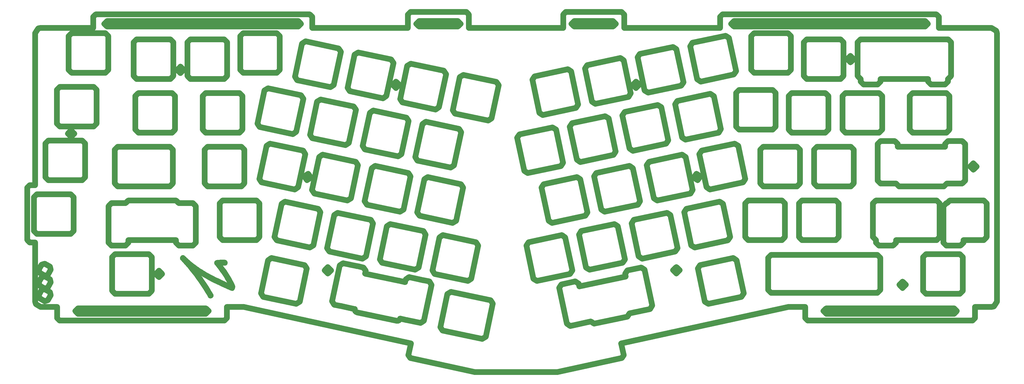
<source format=gbr>
%TF.GenerationSoftware,KiCad,Pcbnew,(5.1.10)-1*%
%TF.CreationDate,2022-03-08T20:07:58+07:00*%
%TF.ProjectId,Alice platwe,416c6963-6520-4706-9c61-7477652e6b69,rev?*%
%TF.SameCoordinates,Original*%
%TF.FileFunction,Soldermask,Top*%
%TF.FilePolarity,Negative*%
%FSLAX46Y46*%
G04 Gerber Fmt 4.6, Leading zero omitted, Abs format (unit mm)*
G04 Created by KiCad (PCBNEW (5.1.10)-1) date 2022-03-08 20:07:58*
%MOMM*%
%LPD*%
G01*
G04 APERTURE LIST*
%ADD10C,2.000000*%
%ADD11C,0.010000*%
G04 APERTURE END LIST*
D10*
X573656881Y-327854218D02*
X514384144Y-340742665D01*
X579539512Y-327854218D02*
X573656881Y-327854218D01*
X436089306Y-331971530D02*
G75*
G02*
X434903247Y-332741765I-978147J207912D01*
G01*
X420824623Y-329749262D02*
G75*
G02*
X420054387Y-328563202I207912J978148D01*
G01*
X420054549Y-328562442D02*
X420054387Y-328563202D01*
X434903247Y-332741765D02*
X420824623Y-329749262D01*
X436091016Y-331963485D02*
X436089306Y-331971529D01*
X491757127Y-350919477D02*
X514593261Y-345953716D01*
X491757127Y-350919477D02*
X462561269Y-350919477D01*
X462561269Y-350919477D02*
X439724963Y-345953716D01*
X380661515Y-327854218D02*
X439934080Y-340742665D01*
X374778884Y-327854218D02*
X380661515Y-327854218D01*
X386275252Y-291049165D02*
X386275252Y-303049150D01*
X385250268Y-304074167D02*
X386275252Y-303049150D01*
X385250268Y-304074167D02*
X373250250Y-304074167D01*
X372225266Y-303049150D02*
X373250250Y-304074167D01*
X372225266Y-303049150D02*
X372225266Y-291049165D01*
X373250250Y-290024146D02*
X372225266Y-291049165D01*
X373250250Y-290024146D02*
X385250268Y-290024146D01*
X386275252Y-291049165D02*
X385250268Y-290024146D01*
X380925271Y-271999167D02*
X380925271Y-283999150D01*
X379900252Y-285024168D02*
X380925271Y-283999150D01*
X379900252Y-285024168D02*
X367900270Y-285024168D01*
X366875250Y-283999150D02*
X367900270Y-285024168D01*
X366875250Y-283999150D02*
X366875250Y-271999167D01*
X367900270Y-270974147D02*
X366875250Y-271999167D01*
X367900270Y-270974147D02*
X379900252Y-270974147D01*
X380925271Y-271999167D02*
X379900252Y-270974147D01*
X366175269Y-264949150D02*
X366175269Y-252949202D01*
X367200253Y-251924183D02*
X366175269Y-252949202D01*
X367200253Y-251924183D02*
X379200271Y-251924183D01*
X380225255Y-252949202D02*
X379200271Y-251924183D01*
X380225255Y-252949202D02*
X380225255Y-264949150D01*
X379200271Y-265974169D02*
X380225255Y-264949150D01*
X379200271Y-265974169D02*
X367200253Y-265974169D01*
X366175269Y-264949150D02*
X367200253Y-265974169D01*
X342365274Y-264949150D02*
X342365274Y-252949202D01*
X343390260Y-251924183D02*
X342365274Y-252949202D01*
X343390260Y-251924183D02*
X355390276Y-251924183D01*
X356415260Y-252949202D02*
X355390276Y-251924183D01*
X356415260Y-252949202D02*
X356415260Y-264949150D01*
X355390276Y-265974169D02*
X356415260Y-264949150D01*
X355390276Y-265974169D02*
X343390260Y-265974169D01*
X342365274Y-264949150D02*
X343390260Y-265974169D01*
X355638867Y-271999167D02*
X355638867Y-283999150D01*
X354613847Y-285024168D02*
X355638867Y-283999150D01*
X354613847Y-285024168D02*
X336071495Y-285024168D01*
X335046476Y-283999150D02*
X336071495Y-285024168D01*
X335046476Y-283999150D02*
X335046476Y-271999167D01*
X336071495Y-270974147D02*
X335046476Y-271999167D01*
X336071495Y-270974147D02*
X354613847Y-270974147D01*
X355638867Y-271999167D02*
X354613847Y-270974147D01*
X362738262Y-306074198D02*
X357738262Y-306074198D01*
X357738262Y-306074198D02*
X356713262Y-305049198D01*
X356713262Y-305049198D02*
X356713262Y-304074197D01*
X356713262Y-304074197D02*
X339887262Y-304074197D01*
X339887262Y-304074197D02*
X339887262Y-305049198D01*
X338862262Y-306074198D02*
X339887262Y-305049198D01*
X338862262Y-306074198D02*
X333862262Y-306074198D01*
X332837262Y-305049198D02*
X333862262Y-306074198D01*
X332837262Y-305049198D02*
X332837262Y-292049198D01*
X333862262Y-291024198D02*
X332837262Y-292049198D01*
X333862262Y-291024198D02*
X338837562Y-291024198D01*
X339862262Y-290024197D02*
X338837562Y-291024198D01*
X339862262Y-290024197D02*
X356738262Y-290024197D01*
X357762963Y-291024198D02*
X356738262Y-290024197D01*
X357762963Y-291024198D02*
X362738262Y-291024198D01*
X363763262Y-292049198D02*
X362738262Y-291024198D01*
X363763262Y-292049198D02*
X363763262Y-305049198D01*
X362738262Y-306074198D02*
X363763262Y-305049198D01*
X348185272Y-310099165D02*
X348185272Y-322099150D01*
X347160253Y-323124167D02*
X348185272Y-322099150D01*
X347160253Y-323124167D02*
X335160270Y-323124167D01*
X334135251Y-322099150D02*
X335160270Y-323124167D01*
X334135251Y-322099150D02*
X334135251Y-310099165D01*
X335160270Y-309074146D02*
X334135251Y-310099165D01*
X335160270Y-309074146D02*
X347160253Y-309074146D01*
X348185272Y-310099165D02*
X347160253Y-309074146D01*
X320495287Y-288909145D02*
X320495287Y-300909163D01*
X319470266Y-301934147D02*
X320495287Y-300909163D01*
X319470266Y-301934147D02*
X307470283Y-301934147D01*
X306445264Y-300909163D02*
X307470283Y-301934147D01*
X306445264Y-300909163D02*
X306445264Y-288909145D01*
X307470283Y-287884161D02*
X306445264Y-288909145D01*
X307470283Y-287884161D02*
X319470266Y-287884161D01*
X320495287Y-288909145D02*
X319470266Y-287884161D01*
X324565285Y-269859146D02*
X324565285Y-281859163D01*
X323540264Y-282884147D02*
X324565285Y-281859163D01*
X323540264Y-282884147D02*
X311540282Y-282884147D01*
X310515262Y-281859163D02*
X311540282Y-282884147D01*
X310515262Y-281859163D02*
X310515262Y-269859146D01*
X311540282Y-268834162D02*
X310515262Y-269859146D01*
X311540282Y-268834162D02*
X323540264Y-268834162D01*
X324565285Y-269859146D02*
X323540264Y-268834162D01*
X314585260Y-262809164D02*
X314585260Y-250809181D01*
X315610279Y-249784197D02*
X314585260Y-250809181D01*
X315610279Y-249784197D02*
X327610261Y-249784197D01*
X328635283Y-250809181D02*
X327610261Y-249784197D01*
X328635283Y-250809181D02*
X328635283Y-262809164D01*
X327610261Y-263834148D02*
X328635283Y-262809164D01*
X327610261Y-263834148D02*
X315610279Y-263834148D01*
X314585260Y-262809164D02*
X315610279Y-263834148D01*
X403059237Y-314190868D02*
X400564287Y-325928633D01*
X399348561Y-326718108D02*
X400564287Y-325928633D01*
X399348561Y-326718108D02*
X387610798Y-324223193D01*
X386821326Y-323007468D02*
X387610798Y-324223193D01*
X386821326Y-323007468D02*
X389316238Y-311269705D01*
X390531963Y-310480194D02*
X389316238Y-311269705D01*
X390531963Y-310480194D02*
X402269726Y-312975146D01*
X403059237Y-314190868D02*
X402269726Y-312975146D01*
X468909229Y-326650839D02*
X466414279Y-338388638D01*
X465198554Y-339178113D02*
X466414279Y-338388638D01*
X465198554Y-339178113D02*
X451132810Y-336188357D01*
X450343299Y-334972633D02*
X451132810Y-336188357D01*
X450343299Y-334972631D02*
X452838249Y-323234868D01*
X454053974Y-322445357D02*
X452838249Y-323234868D01*
X454053975Y-322445357D02*
X468119719Y-325435149D01*
X468909229Y-326650839D02*
X468119719Y-325435149D01*
X435602330Y-318528109D02*
X437799728Y-318995181D01*
X437799728Y-318995181D02*
G75*
G02*
X437871927Y-319013290I-213110J-1002601D01*
G01*
X437871927Y-319013290D02*
X438076681Y-318049996D01*
X439292392Y-317260504D02*
X438076681Y-318049996D01*
X439292392Y-317260504D02*
X444183130Y-318300062D01*
X444183130Y-318300063D02*
G75*
G02*
X444299553Y-318332080I-213109J-1002601D01*
G01*
X444299553Y-318332080D02*
X446469161Y-318793244D01*
X447258652Y-320008955D02*
X446469161Y-318793244D01*
X447258652Y-320008955D02*
X444555800Y-332724874D01*
X443340090Y-333514365D02*
X444555800Y-332724874D01*
X443340090Y-333514365D02*
X438449352Y-332474807D01*
X438449352Y-332474807D02*
G75*
G02*
X438332929Y-332442790I213109J1002601D01*
G01*
X438332929Y-332442790D02*
X436163321Y-331981625D01*
X436163321Y-331981625D02*
G75*
G02*
X436091016Y-331963485I213110J1002601D01*
G01*
X420054549Y-328562443D02*
G75*
G02*
X419985838Y-328550266I144398J1014778D01*
G01*
X419985838Y-328550266D02*
X415095100Y-327510707D01*
X415095099Y-327510707D02*
G75*
G02*
X414978676Y-327478690I213110J1002601D01*
G01*
X414978676Y-327478690D02*
X412809069Y-327017526D01*
X412019577Y-325801815D02*
X412809069Y-327017526D01*
X412019577Y-325801815D02*
X414722429Y-313085896D01*
X415938140Y-312296404D02*
X414722429Y-313085896D01*
X415938140Y-312296404D02*
X420828878Y-313335963D01*
X420828878Y-313335963D02*
G75*
G02*
X420945301Y-313367980I-213110J-1002601D01*
G01*
X420945301Y-313367980D02*
X423114908Y-313829144D01*
X423904400Y-315044855D02*
X423114908Y-313829144D01*
X423904400Y-315044855D02*
X423702156Y-315996338D01*
X423702156Y-315996338D02*
G75*
G02*
X423770515Y-316008465I-144750J-1014728D01*
G01*
X423770515Y-316008465D02*
X435508287Y-318503405D01*
X435508287Y-318503405D02*
G75*
G02*
X435602330Y-318528109I-213110J-1002601D01*
G01*
X643804012Y-291049197D02*
X643804012Y-303049197D01*
X642779012Y-304074197D02*
X643804012Y-303049197D01*
X642779012Y-304074197D02*
X635573262Y-304074197D01*
X635573262Y-304074197D02*
X635573262Y-305049198D01*
X634548262Y-306074198D02*
X635573262Y-305049198D01*
X634548262Y-306074198D02*
X629548262Y-306074198D01*
X628523262Y-305049198D02*
X629548262Y-306074198D01*
X628523262Y-305049198D02*
X628523262Y-292049198D01*
X629548262Y-291024198D02*
X628523262Y-292049198D01*
X629548262Y-291024198D02*
X629754312Y-291024198D01*
X630779012Y-290024197D02*
X629754312Y-291024198D01*
X630779012Y-290024197D02*
X642779012Y-290024197D01*
X643804012Y-291049197D02*
X642779012Y-290024197D01*
X627135262Y-291049197D02*
X627135262Y-303049197D01*
X626110262Y-304074197D02*
X627135262Y-303049197D01*
X626110262Y-304074197D02*
X611697262Y-304074197D01*
X611697262Y-304074197D02*
X611697262Y-305049198D01*
X610672262Y-306074198D02*
X611697262Y-305049198D01*
X610672262Y-306074198D02*
X605672262Y-306074198D01*
X604647262Y-305049198D02*
X605672262Y-306074198D01*
X604647262Y-305049198D02*
X604647262Y-304074197D01*
X604647262Y-304074197D02*
X604585262Y-304074197D01*
X603560262Y-303049197D02*
X604585262Y-304074197D01*
X603560262Y-303049197D02*
X603560262Y-291049197D01*
X604585262Y-290024197D02*
X603560262Y-291049197D01*
X604585262Y-290024197D02*
X626110262Y-290024197D01*
X627135262Y-291049197D02*
X626110262Y-290024197D01*
X630138262Y-268974197D02*
X635138262Y-268974197D01*
X636163262Y-269999197D02*
X635138262Y-268974197D01*
X636163262Y-269999197D02*
X636163262Y-282999197D01*
X635138262Y-284024197D02*
X636163262Y-282999197D01*
X635138262Y-284024197D02*
X629662963Y-284024197D01*
X628638262Y-285024197D02*
X629662963Y-284024197D01*
X628638262Y-285024197D02*
X612762262Y-285024197D01*
X611737562Y-284024197D02*
X612762262Y-285024197D01*
X611737562Y-284024197D02*
X606262262Y-284024197D01*
X605237262Y-282999197D02*
X606262262Y-284024197D01*
X605237262Y-282999197D02*
X605237262Y-269999197D01*
X606262262Y-268974197D02*
X605237262Y-269999197D01*
X606262262Y-268974197D02*
X611262262Y-268974197D01*
X612287262Y-269999197D02*
X611262262Y-268974197D01*
X612287262Y-269999197D02*
X612287262Y-270974197D01*
X612287262Y-270974197D02*
X629113262Y-270974197D01*
X629113262Y-270974197D02*
X629113262Y-269999197D01*
X630138262Y-268974197D02*
X629113262Y-269999197D01*
X591415278Y-291049165D02*
X591415278Y-303049150D01*
X590390259Y-304074167D02*
X591415278Y-303049150D01*
X590390259Y-304074167D02*
X578390276Y-304074167D01*
X577365257Y-303049150D02*
X578390276Y-304074167D01*
X577365257Y-303049150D02*
X577365257Y-291049165D01*
X578390276Y-290024146D02*
X577365257Y-291049165D01*
X578390276Y-290024146D02*
X590390259Y-290024146D01*
X591415278Y-291049165D02*
X590390259Y-290024146D01*
X572365278Y-291049165D02*
X572365278Y-303049150D01*
X571340259Y-304074167D02*
X572365278Y-303049150D01*
X571340259Y-304074167D02*
X559340276Y-304074167D01*
X558315257Y-303049150D02*
X559340276Y-304074167D01*
X558315257Y-303049150D02*
X558315257Y-291049165D01*
X559340276Y-290024146D02*
X558315257Y-291049165D01*
X559340276Y-290024146D02*
X571340259Y-290024146D01*
X572365278Y-291049165D02*
X571340259Y-290024146D01*
X583750275Y-270974147D02*
X595750258Y-270974147D01*
X596775277Y-271999167D02*
X595750258Y-270974147D01*
X596775277Y-271999167D02*
X596775277Y-283999150D01*
X595750258Y-285024168D02*
X596775277Y-283999150D01*
X595750258Y-285024168D02*
X583750275Y-285024168D01*
X582725256Y-283999150D02*
X583750275Y-285024168D01*
X582725256Y-283999150D02*
X582725256Y-271999167D01*
X583750275Y-270974147D02*
X582725256Y-271999167D01*
X563675257Y-283999150D02*
X563675257Y-271999167D01*
X564700276Y-270974147D02*
X563675257Y-271999167D01*
X564700276Y-270974147D02*
X576700259Y-270974147D01*
X577725278Y-271999167D02*
X576700259Y-270974147D01*
X577725278Y-271999167D02*
X577725278Y-283999150D01*
X576700259Y-285024168D02*
X577725278Y-283999150D01*
X576700259Y-285024168D02*
X564700276Y-285024168D01*
X563675257Y-283999150D02*
X564700276Y-285024168D01*
X606785262Y-252949197D02*
X606785262Y-264949197D01*
X605760262Y-265974197D02*
X606785262Y-264949197D01*
X605760262Y-265974197D02*
X593760262Y-265974197D01*
X592735262Y-264949197D02*
X593760262Y-265974197D01*
X592735262Y-264949197D02*
X592735262Y-252949197D01*
X593760262Y-251924197D02*
X592735262Y-252949197D01*
X593760262Y-251924197D02*
X605760262Y-251924197D01*
X606785262Y-252949197D02*
X605760262Y-251924197D01*
X587735276Y-252949202D02*
X587735276Y-264949150D01*
X586710266Y-265974169D02*
X587735276Y-264949150D01*
X586710266Y-265974169D02*
X574710275Y-265974169D01*
X573685255Y-264949150D02*
X574710275Y-265974169D01*
X573685255Y-264949150D02*
X573685255Y-252949202D01*
X574710275Y-251924183D02*
X573685255Y-252949202D01*
X574710275Y-251924183D02*
X586710266Y-251924183D01*
X587735276Y-252949202D02*
X586710266Y-251924183D01*
X630605262Y-252949197D02*
X630605262Y-264949197D01*
X629580262Y-265974197D02*
X630605262Y-264949197D01*
X629580262Y-265974197D02*
X617580262Y-265974197D01*
X616555262Y-264949197D02*
X617580262Y-265974197D01*
X616555262Y-264949197D02*
X616555262Y-252949197D01*
X617580262Y-251924197D02*
X616555262Y-252949197D01*
X617580262Y-251924197D02*
X629580262Y-251924197D01*
X630605262Y-252949197D02*
X629580262Y-251924197D01*
X631195262Y-233899197D02*
X631195262Y-245899197D01*
X630170262Y-246924197D02*
X631195262Y-245899197D01*
X630170262Y-246924197D02*
X630108262Y-246924197D01*
X630108262Y-246924197D02*
X630108262Y-247899198D01*
X629083262Y-248924198D02*
X630108262Y-247899198D01*
X629083262Y-248924198D02*
X624083262Y-248924198D01*
X623058262Y-247899198D02*
X624083262Y-248924198D01*
X623058262Y-247899198D02*
X623058262Y-246924197D01*
X623058262Y-246924197D02*
X606232262Y-246924197D01*
X606232262Y-246924197D02*
X606232262Y-247899198D01*
X605207262Y-248924198D02*
X606232262Y-247899198D01*
X605207262Y-248924198D02*
X600207262Y-248924198D01*
X599182262Y-247899198D02*
X600207262Y-248924198D01*
X599182262Y-247899198D02*
X599182262Y-246924197D01*
X599182262Y-246924197D02*
X599120262Y-246924197D01*
X598095262Y-245899197D02*
X599120262Y-246924197D01*
X598095262Y-245899197D02*
X598095262Y-233899197D01*
X599120262Y-232874197D02*
X598095262Y-233899197D01*
X599120262Y-232874197D02*
X630170262Y-232874197D01*
X631195262Y-233899197D02*
X630170262Y-232874197D01*
X593095276Y-233899202D02*
X593095276Y-245899185D01*
X592070257Y-246924204D02*
X593095276Y-245899185D01*
X592070257Y-246924204D02*
X580070283Y-246924204D01*
X579045255Y-245899185D02*
X580070283Y-246924204D01*
X579045255Y-245899185D02*
X579045255Y-233899202D01*
X580070283Y-232874183D02*
X579045255Y-233899202D01*
X580070283Y-232874183D02*
X592070257Y-232874183D01*
X593095276Y-233899202D02*
X592070257Y-232874183D01*
X569105259Y-251889210D02*
X569105259Y-263889158D01*
X568080275Y-264914177D02*
X569105259Y-263889158D01*
X568080275Y-264914177D02*
X556080257Y-264914177D01*
X555055273Y-263889158D02*
X556080257Y-264914177D01*
X555055273Y-263889158D02*
X555055273Y-251889210D01*
X556080257Y-250864191D02*
X555055273Y-251889210D01*
X556080257Y-250864191D02*
X568080275Y-250864191D01*
X569105259Y-251889210D02*
X568080275Y-250864191D01*
X560415273Y-243759200D02*
X560415273Y-231759181D01*
X561440257Y-230734197D02*
X560415273Y-231759181D01*
X561440257Y-230734197D02*
X573440275Y-230734197D01*
X574465258Y-231759181D02*
X573440275Y-230734197D01*
X574465258Y-231759181D02*
X574465258Y-243759200D01*
X573440275Y-244784184D02*
X574465258Y-243759200D01*
X573440275Y-244784184D02*
X561440257Y-244784184D01*
X560415273Y-243759200D02*
X561440257Y-244784184D01*
X635360885Y-310147178D02*
X635360885Y-322147161D01*
X634335866Y-323172144D02*
X635360885Y-322147161D01*
X634335866Y-323172144D02*
X622335883Y-323172144D01*
X621310863Y-322147161D02*
X622335883Y-323172144D01*
X621310863Y-322147161D02*
X621310863Y-310147178D01*
X622335883Y-309122159D02*
X621310863Y-310147178D01*
X622335883Y-309122159D02*
X634335866Y-309122159D01*
X635360885Y-310147178D02*
X634335866Y-309122159D01*
X605140647Y-309391893D02*
X606165631Y-310416913D01*
X567490078Y-309391893D02*
X605140647Y-309391893D01*
X566465102Y-310416913D02*
X567490078Y-309391893D01*
X566465102Y-321805037D02*
X566465102Y-310416913D01*
X567490078Y-322830058D02*
X566465102Y-321805037D01*
X605140647Y-322830058D02*
X567490078Y-322830058D01*
X606165631Y-321805037D02*
X605140647Y-322830058D01*
X606165631Y-310416913D02*
X606165631Y-321805037D01*
X555274272Y-311269705D02*
X557769222Y-323007468D01*
X556979711Y-324223193D02*
X557769222Y-323007468D01*
X556979711Y-324223193D02*
X545241948Y-326718108D01*
X544026258Y-325928633D02*
X545241948Y-326718108D01*
X544026258Y-325928633D02*
X541531315Y-314190870D01*
X542320783Y-312975146D02*
X541531315Y-314190870D01*
X542320783Y-312975146D02*
X554058581Y-310480194D01*
X555274272Y-311269705D02*
X554058581Y-310480194D01*
X552169717Y-304233192D02*
X540431955Y-306728106D01*
X552169717Y-304233192D02*
X552959227Y-303017466D01*
X550464284Y-291279703D02*
X552959227Y-303017466D01*
X550464284Y-291279702D02*
X549248593Y-290490227D01*
X537510789Y-292985142D02*
X549248593Y-290490227D01*
X537510788Y-292985142D02*
X536721313Y-294200868D01*
X539216263Y-305938631D02*
X536721313Y-294200868D01*
X539216263Y-305938631D02*
X540431955Y-306728106D01*
X533535991Y-308193907D02*
X521798230Y-310688822D01*
X533535991Y-308193907D02*
X534325502Y-306978181D01*
X531830558Y-295240418D02*
X534325502Y-306978181D01*
X531830558Y-295240417D02*
X530614867Y-294450942D01*
X518877063Y-296945857D02*
X530614867Y-294450942D01*
X518877063Y-296945857D02*
X518087587Y-298161583D01*
X520582538Y-309899347D02*
X518087587Y-298161583D01*
X520582538Y-309899347D02*
X521798230Y-310688822D01*
X514902269Y-312154622D02*
X503164508Y-314649537D01*
X514902269Y-312154622D02*
X515691780Y-310938897D01*
X513196836Y-299201133D02*
X515691780Y-310938897D01*
X513196836Y-299201133D02*
X511981146Y-298411658D01*
X500243341Y-300906573D02*
X511981146Y-298411658D01*
X500243341Y-300906573D02*
X499453866Y-302122299D01*
X501948816Y-313860062D02*
X499453866Y-302122299D01*
X501948816Y-313860062D02*
X503164508Y-314649537D01*
X496268544Y-316115338D02*
X484530782Y-318610252D01*
X496268544Y-316115338D02*
X497058054Y-314899612D01*
X494563111Y-303161849D02*
X497058054Y-314899612D01*
X494563111Y-303161848D02*
X493347420Y-302372373D01*
X481609616Y-304867288D02*
X493347420Y-302372373D01*
X481609615Y-304867288D02*
X480820140Y-306083014D01*
X483315090Y-317820777D02*
X480820140Y-306083014D01*
X483315090Y-317820777D02*
X484530782Y-318610252D01*
X557529716Y-283623182D02*
X545791955Y-286118097D01*
X557529716Y-283623182D02*
X558319227Y-282407457D01*
X555824283Y-270669693D02*
X558319227Y-282407457D01*
X555824283Y-270669693D02*
X554608593Y-269880218D01*
X542870788Y-272375133D02*
X554608593Y-269880218D01*
X542870788Y-272375133D02*
X542081313Y-273590859D01*
X544576263Y-285328622D02*
X542081313Y-273590859D01*
X544576263Y-285328622D02*
X545791955Y-286118097D01*
X538895991Y-287583898D02*
X527158229Y-290078812D01*
X538895991Y-287583898D02*
X539685501Y-286368172D01*
X537190558Y-274630409D02*
X539685501Y-286368172D01*
X537190557Y-274630408D02*
X535974867Y-273840933D01*
X524237063Y-276335848D02*
X535974867Y-273840933D01*
X524237062Y-276335848D02*
X523447587Y-277551574D01*
X525942537Y-289289337D02*
X523447587Y-277551574D01*
X525942537Y-289289337D02*
X527158229Y-290078812D01*
X520262269Y-291544613D02*
X508524508Y-294039528D01*
X520262269Y-291544613D02*
X521051780Y-290328887D01*
X518556836Y-278591124D02*
X521051780Y-290328887D01*
X518556836Y-278591124D02*
X517341145Y-277801649D01*
X505603341Y-280296563D02*
X517341145Y-277801649D01*
X505603341Y-280296564D02*
X504813865Y-281512289D01*
X507308816Y-293250053D02*
X504813865Y-281512289D01*
X507308816Y-293250053D02*
X508524508Y-294039528D01*
X501628543Y-295505328D02*
X489890782Y-298000243D01*
X501628543Y-295505328D02*
X502418054Y-294289602D01*
X499923110Y-282551839D02*
X502418054Y-294289602D01*
X499923110Y-282551839D02*
X498707420Y-281762364D01*
X486969615Y-284257279D02*
X498707420Y-281762364D01*
X486969615Y-284257279D02*
X486180140Y-285473005D01*
X488675090Y-297210768D02*
X486180140Y-285473005D01*
X488675090Y-297210768D02*
X489890782Y-298000243D01*
X548909715Y-265973199D02*
X537171954Y-268468114D01*
X548909715Y-265973199D02*
X549699226Y-264757473D01*
X547204282Y-253019710D02*
X549699226Y-264757473D01*
X547204282Y-253019710D02*
X545988591Y-252230235D01*
X534250787Y-254725150D02*
X545988591Y-252230235D01*
X534250787Y-254725150D02*
X533461311Y-255940875D01*
X535956262Y-267678639D02*
X533461311Y-255940875D01*
X535956262Y-267678639D02*
X537171954Y-268468114D01*
X530275989Y-269933914D02*
X518538228Y-272428829D01*
X530275989Y-269933914D02*
X531065500Y-268718189D01*
X528570556Y-256980425D02*
X531065500Y-268718189D01*
X528570556Y-256980425D02*
X527354866Y-256190950D01*
X515617061Y-258685865D02*
X527354866Y-256190950D01*
X515617061Y-258685865D02*
X514827586Y-259901591D01*
X517322536Y-271639354D02*
X514827586Y-259901591D01*
X517322536Y-271639354D02*
X518538228Y-272428829D01*
X511642268Y-273894630D02*
X499904506Y-276389545D01*
X511642268Y-273894630D02*
X512431778Y-272678904D01*
X509936835Y-260941141D02*
X512431778Y-272678904D01*
X509936834Y-260941140D02*
X508721144Y-260151665D01*
X496983340Y-262646580D02*
X508721144Y-260151665D01*
X496983339Y-262646580D02*
X496193864Y-263862306D01*
X498688814Y-275600070D02*
X496193864Y-263862306D01*
X498688814Y-275600070D02*
X499904506Y-276389545D01*
X493008542Y-277855345D02*
X481270781Y-280350260D01*
X493008542Y-277855345D02*
X493798053Y-276639619D01*
X491303109Y-264901856D02*
X493798053Y-276639619D01*
X491303109Y-264901856D02*
X490087418Y-264112381D01*
X478349614Y-266607296D02*
X490087418Y-264112381D01*
X478349614Y-266607296D02*
X477560138Y-267823021D01*
X480055089Y-279560785D02*
X477560138Y-267823021D01*
X480055089Y-279560785D02*
X481270781Y-280350260D01*
X535636025Y-249323940D02*
X523898264Y-251818855D01*
X535636025Y-249323940D02*
X536425536Y-248108215D01*
X533930592Y-236370451D02*
X536425536Y-248108215D01*
X533930592Y-236370451D02*
X532714901Y-235580976D01*
X520977097Y-238075891D02*
X532714901Y-235580976D01*
X520977097Y-238075891D02*
X520187621Y-239291617D01*
X522682572Y-251029380D02*
X520187621Y-239291617D01*
X522682572Y-251029380D02*
X523898264Y-251818855D01*
X554269751Y-245363225D02*
X542531989Y-247858140D01*
X554269751Y-245363225D02*
X555059261Y-244147499D01*
X552564318Y-232409736D02*
X555059261Y-244147499D01*
X552564318Y-232409736D02*
X551348627Y-231620261D01*
X539610823Y-234115176D02*
X551348627Y-231620261D01*
X539610822Y-234115176D02*
X538821347Y-235330901D01*
X541316297Y-247068665D02*
X538821347Y-235330901D01*
X541316297Y-247068665D02*
X542531989Y-247858140D01*
X517002303Y-253284656D02*
X505264542Y-255779570D01*
X517002303Y-253284656D02*
X517791814Y-252068930D01*
X515296870Y-240331167D02*
X517791814Y-252068930D01*
X515296870Y-240331166D02*
X514081180Y-239541691D01*
X502343375Y-242036606D02*
X514081180Y-239541691D01*
X502343375Y-242036606D02*
X501553900Y-243252332D01*
X504048850Y-254990096D02*
X501553900Y-243252332D01*
X504048850Y-254990096D02*
X505264542Y-255779570D01*
X485415124Y-258950811D02*
X482920174Y-247213047D01*
X483709649Y-245997322D02*
X482920174Y-247213047D01*
X483709650Y-245997321D02*
X495447454Y-243502407D01*
X496663145Y-244291882D02*
X495447454Y-243502407D01*
X496663145Y-244291882D02*
X499158089Y-256029645D01*
X498368578Y-257245371D02*
X499158089Y-256029645D01*
X498368578Y-257245371D02*
X486630816Y-259740286D01*
X485415124Y-258950811D02*
X486630816Y-259740286D01*
X404158590Y-306728146D02*
X392420792Y-304233196D01*
X404158590Y-306728146D02*
X405374280Y-305938636D01*
X407869231Y-294200854D02*
X405374280Y-305938636D01*
X407869231Y-294200854D02*
X407079720Y-292985125D01*
X395341957Y-290490231D02*
X407079720Y-292985125D01*
X395341957Y-290490231D02*
X394126266Y-291279707D01*
X391631316Y-303017470D02*
X394126266Y-291279707D01*
X391631316Y-303017470D02*
X392420792Y-304233196D01*
X422792294Y-310688865D02*
X411054496Y-308193915D01*
X422792294Y-310688865D02*
X424007984Y-309899355D01*
X426502935Y-298161573D02*
X424007984Y-309899355D01*
X426502935Y-298161573D02*
X425713424Y-296945844D01*
X413975661Y-294450950D02*
X425713424Y-296945844D01*
X413975661Y-294450950D02*
X412759971Y-295240426D01*
X410265020Y-306978189D02*
X412759971Y-295240426D01*
X410265020Y-306978189D02*
X411054496Y-308193915D01*
X460059712Y-318610301D02*
X448321914Y-316115350D01*
X460059712Y-318610301D02*
X461275403Y-317820790D01*
X463770353Y-306083009D02*
X461275403Y-317820790D01*
X463770353Y-306083009D02*
X462980842Y-304867280D01*
X451243079Y-302372386D02*
X462980842Y-304867280D01*
X451243079Y-302372386D02*
X450027389Y-303161861D01*
X447532438Y-314899625D02*
X450027389Y-303161861D01*
X447532438Y-314899625D02*
X448321914Y-316115350D01*
X441426008Y-314649582D02*
X429688210Y-312154631D01*
X441426008Y-314649582D02*
X442641699Y-313860071D01*
X445136649Y-302122290D02*
X442641699Y-313860071D01*
X445136649Y-302122290D02*
X444347138Y-300906561D01*
X432609375Y-298411667D02*
X444347138Y-300906561D01*
X432609375Y-298411667D02*
X431393685Y-299201142D01*
X428898734Y-310938906D02*
X431393685Y-299201142D01*
X428898734Y-310938906D02*
X429688210Y-312154631D01*
X398808582Y-286118146D02*
X387070784Y-283623196D01*
X398808582Y-286118146D02*
X400024272Y-285328635D01*
X402519223Y-273590854D02*
X400024272Y-285328635D01*
X402519223Y-273590854D02*
X401729712Y-272375125D01*
X389991949Y-269880231D02*
X401729712Y-272375125D01*
X389991949Y-269880231D02*
X388776258Y-270669706D01*
X386281308Y-282407470D02*
X388776258Y-270669706D01*
X386281308Y-282407470D02*
X387070784Y-283623196D01*
X417442286Y-290078865D02*
X405704488Y-287583915D01*
X417442286Y-290078865D02*
X418657976Y-289289354D01*
X421152927Y-277551573D02*
X418657976Y-289289354D01*
X421152927Y-277551573D02*
X420363416Y-276335844D01*
X408625653Y-273840950D02*
X420363416Y-276335844D01*
X408625653Y-273840950D02*
X407409962Y-274630425D01*
X404915012Y-286368189D02*
X407409962Y-274630425D01*
X404915012Y-286368189D02*
X405704488Y-287583915D01*
X454709704Y-298000300D02*
X442971906Y-295505350D01*
X454709704Y-298000300D02*
X455925395Y-297210790D01*
X458420345Y-285473008D02*
X455925395Y-297210790D01*
X458420345Y-285473008D02*
X457630834Y-284257279D01*
X445893071Y-281762385D02*
X457630834Y-284257279D01*
X445893071Y-281762385D02*
X444677381Y-282551861D01*
X442182430Y-294289624D02*
X444677381Y-282551861D01*
X442182430Y-294289624D02*
X442971906Y-295505350D01*
X436076000Y-294039581D02*
X424338202Y-291544631D01*
X436076000Y-294039581D02*
X437291691Y-293250071D01*
X439786641Y-281512289D02*
X437291691Y-293250071D01*
X439786641Y-281512289D02*
X438997130Y-280296560D01*
X427259367Y-277801666D02*
X438997130Y-280296560D01*
X427259367Y-277801666D02*
X426043677Y-278591142D01*
X423548726Y-290328905D02*
X426043677Y-278591142D01*
X423548726Y-290328905D02*
X424338202Y-291544631D01*
X398108583Y-266488153D02*
X386370784Y-263993203D01*
X398108583Y-266488153D02*
X399324273Y-265698643D01*
X401819223Y-253960861D02*
X399324273Y-265698643D01*
X401819223Y-253960861D02*
X401029712Y-252745132D01*
X389291949Y-250250238D02*
X401029712Y-252745132D01*
X389291949Y-250250238D02*
X388076259Y-251039714D01*
X385581309Y-262777477D02*
X388076259Y-251039714D01*
X385581309Y-262777477D02*
X386370784Y-263993203D01*
X416742287Y-270448872D02*
X405004488Y-267953922D01*
X416742287Y-270448872D02*
X417957977Y-269659362D01*
X420452927Y-257921580D02*
X417957977Y-269659362D01*
X420452927Y-257921580D02*
X419663416Y-256705851D01*
X407925653Y-254210957D02*
X419663416Y-256705851D01*
X407925653Y-254210957D02*
X406709963Y-255000433D01*
X404215013Y-266738196D02*
X406709963Y-255000433D01*
X404215013Y-266738197D02*
X405004488Y-267953922D01*
X454009705Y-278370308D02*
X442271907Y-275875357D01*
X454009705Y-278370308D02*
X455225395Y-277580797D01*
X457720346Y-265843016D02*
X455225395Y-277580797D01*
X457720346Y-265843016D02*
X456930835Y-264627287D01*
X445193072Y-262132393D02*
X456930835Y-264627287D01*
X445193072Y-262132393D02*
X443977381Y-262921868D01*
X441482431Y-274659632D02*
X443977381Y-262921868D01*
X441482431Y-274659632D02*
X442271907Y-275875357D01*
X435376001Y-274409589D02*
X423638202Y-271914638D01*
X435376001Y-274409589D02*
X436591691Y-273620078D01*
X439086641Y-261882297D02*
X436591691Y-273620078D01*
X439086641Y-261882297D02*
X438297131Y-260666568D01*
X426559367Y-258171674D02*
X438297131Y-260666568D01*
X426559367Y-258171674D02*
X425343677Y-258961149D01*
X422848727Y-270698913D02*
X425343677Y-258961149D01*
X422848727Y-270698913D02*
X423638202Y-271914638D01*
X448656003Y-257759602D02*
X436918204Y-255264652D01*
X448656003Y-257759602D02*
X449871693Y-256970091D01*
X452366643Y-245232310D02*
X449871693Y-256970091D01*
X452366643Y-245232310D02*
X451577132Y-244016581D01*
X439839369Y-241521687D02*
X451577132Y-244016581D01*
X439839369Y-241521687D02*
X438623679Y-242311163D01*
X436128729Y-254048926D02*
X438623679Y-242311163D01*
X436128729Y-254048926D02*
X436918204Y-255264652D01*
X467289707Y-261720321D02*
X455551908Y-259225371D01*
X467289707Y-261720321D02*
X468505397Y-260930810D01*
X471000347Y-249193029D02*
X468505397Y-260930810D01*
X471000347Y-249193029D02*
X470210836Y-247977300D01*
X458473073Y-245482406D02*
X470210836Y-247977300D01*
X458473073Y-245482406D02*
X457257383Y-246271882D01*
X454762433Y-258009645D02*
X457257383Y-246271882D01*
X454762433Y-258009645D02*
X455551908Y-259225371D01*
X433732929Y-241271594D02*
X431237979Y-253009375D01*
X433732929Y-241271594D02*
X432943418Y-240055865D01*
X421205655Y-237560971D02*
X432943418Y-240055865D01*
X421205655Y-237560971D02*
X419989965Y-238350446D01*
X417495015Y-250088210D02*
X419989965Y-238350446D01*
X417495014Y-250088210D02*
X418284490Y-251303935D01*
X430022288Y-253798886D02*
X418284490Y-251303935D01*
X430022288Y-253798886D02*
X431237979Y-253009375D01*
X415099225Y-237310875D02*
X412604275Y-249048656D01*
X411388584Y-249838167D02*
X412604275Y-249048656D01*
X411388584Y-249838167D02*
X399650786Y-247343216D01*
X398861310Y-246127491D02*
X399650786Y-247343216D01*
X398861310Y-246127491D02*
X401356261Y-234389727D01*
X402571951Y-233600252D02*
X401356261Y-234389727D01*
X402571951Y-233600252D02*
X414309714Y-236095146D01*
X415099225Y-237310875D02*
X414309714Y-236095146D01*
X379455270Y-243759200D02*
X379455270Y-231759181D01*
X380480258Y-230734197D02*
X379455270Y-231759181D01*
X380480258Y-230734197D02*
X392480272Y-230734197D01*
X393505256Y-231759181D02*
X392480272Y-230734197D01*
X393505256Y-231759181D02*
X393505256Y-243759200D01*
X392480272Y-244784184D02*
X393505256Y-243759200D01*
X392480272Y-244784184D02*
X380480258Y-244784184D01*
X379455270Y-243759200D02*
X380480258Y-244784184D01*
X374865255Y-233899202D02*
X374865255Y-245899185D01*
X373840274Y-246924204D02*
X374865255Y-245899185D01*
X373840274Y-246924204D02*
X361840253Y-246924204D01*
X360815269Y-245899185D02*
X361840253Y-246924204D01*
X360815269Y-245899185D02*
X360815269Y-233899202D01*
X361840253Y-232874183D02*
X360815269Y-233899202D01*
X361840253Y-232874183D02*
X373840274Y-232874183D01*
X374865255Y-233899202D02*
X373840274Y-232874183D01*
X504831956Y-333778154D02*
X503621736Y-333013054D01*
X516569728Y-331283214D02*
X504831956Y-333778154D01*
X516569728Y-331283214D02*
X517364125Y-330092019D01*
X524615425Y-328550707D02*
X517364125Y-330092019D01*
X524615425Y-328550707D02*
X525404917Y-327334997D01*
X522702065Y-314619078D02*
X525404917Y-327334997D01*
X522702065Y-314619078D02*
X521486354Y-313829586D01*
X516595616Y-314869144D02*
X521486354Y-313829586D01*
X516595616Y-314869144D02*
X515806125Y-316084855D01*
X516008839Y-317038549D02*
X515806125Y-316084855D01*
X499550527Y-320536872D02*
X516008839Y-317038549D01*
X499347813Y-319583177D02*
X499550527Y-320536872D01*
X499347813Y-319583177D02*
X498132102Y-318793686D01*
X493241364Y-319833244D02*
X498132102Y-318793686D01*
X493241364Y-319833244D02*
X492451873Y-321048955D01*
X495154724Y-333764874D02*
X492451873Y-321048955D01*
X495154724Y-333764874D02*
X496370435Y-334554365D01*
X503621736Y-333013054D02*
X496370435Y-334554365D01*
X355815255Y-233899202D02*
X355815255Y-245899185D01*
X354790274Y-246924204D02*
X355815255Y-245899185D01*
X354790274Y-246924204D02*
X342790254Y-246924204D01*
X341765270Y-245899185D02*
X342790254Y-246924204D01*
X341765270Y-245899185D02*
X341765270Y-233899202D01*
X342790254Y-232874183D02*
X341765270Y-233899202D01*
X342790254Y-232874183D02*
X354790274Y-232874183D01*
X355815255Y-233899202D02*
X354790274Y-232874183D01*
X318745252Y-243759200D02*
X318745252Y-231759181D01*
X319770269Y-230734197D02*
X318745252Y-231759181D01*
X319770269Y-230734197D02*
X331770252Y-230734197D01*
X332795271Y-231759181D02*
X331770252Y-230734197D01*
X332795271Y-231759181D02*
X332795271Y-243759200D01*
X331770252Y-244784184D02*
X332795271Y-243759200D01*
X331770252Y-244784184D02*
X319770269Y-244784184D01*
X318745252Y-243759200D02*
X319770269Y-244784184D01*
X332324081Y-226407742D02*
X400034242Y-226407742D01*
X332324081Y-226407742D02*
X331353943Y-227377881D01*
X331353943Y-227377881D02*
X332324081Y-228348019D01*
X400034242Y-228348019D02*
X332324081Y-228348019D01*
X400034242Y-228348019D02*
X401004380Y-227377879D01*
X401004380Y-227377879D02*
X400034242Y-226407742D01*
X367338252Y-330246621D02*
X322048534Y-330246621D01*
X367338252Y-330246621D02*
X368308390Y-329276482D01*
X368308390Y-329276482D02*
X367338252Y-328306344D01*
X322048534Y-328306344D02*
X367338252Y-328306344D01*
X322048534Y-328306344D02*
X321078396Y-329276484D01*
X321078396Y-329276484D02*
X322048534Y-330246621D01*
X554326931Y-226407742D02*
X622037092Y-226407742D01*
X554326931Y-226407742D02*
X553356793Y-227377881D01*
X553356793Y-227377881D02*
X554326931Y-228348019D01*
X622037092Y-228348019D02*
X554326931Y-228348019D01*
X622037092Y-228348019D02*
X623007230Y-227377879D01*
X623007230Y-227377879D02*
X622037092Y-226407742D01*
X497768540Y-226407742D02*
X511529640Y-226407742D01*
X497768540Y-226407742D02*
X496798402Y-227377881D01*
X496798402Y-227377881D02*
X497768540Y-228348019D01*
X511529640Y-228348019D02*
X497768540Y-228348019D01*
X511529640Y-228348019D02*
X512499778Y-227377879D01*
X512499778Y-227377879D02*
X511529640Y-226407742D01*
X442788864Y-226407742D02*
X456549964Y-226407742D01*
X442788864Y-226407742D02*
X441818726Y-227377881D01*
X441818726Y-227377881D02*
X442788864Y-228348019D01*
X456549964Y-228348019D02*
X442788864Y-228348019D01*
X456549964Y-228348019D02*
X457520102Y-227377879D01*
X457520102Y-227377879D02*
X456549964Y-226407742D01*
X632269798Y-330246621D02*
X586980080Y-330246621D01*
X632269798Y-330246621D02*
X633239936Y-329276482D01*
X633239936Y-329276482D02*
X632269798Y-328306344D01*
X586980080Y-328306344D02*
X632269798Y-328306344D01*
X586980080Y-328306344D02*
X586009942Y-329276484D01*
X586009942Y-329276484D02*
X586980080Y-330246621D01*
X310240329Y-325764304D02*
X308421258Y-324740241D01*
X308421258Y-324740241D02*
X308113326Y-323637337D01*
X312367332Y-323637337D02*
X311343258Y-325456372D01*
X311343258Y-325456372D02*
X310240329Y-325764304D01*
X310240329Y-321510334D02*
X312059399Y-322534406D01*
X312059399Y-322534406D02*
X312367332Y-323637337D01*
X308113326Y-323637337D02*
X309137398Y-321818266D01*
X309137398Y-321818266D02*
X310240329Y-321510334D01*
X310240329Y-321264342D02*
X308421258Y-320240268D01*
X308421258Y-320240268D02*
X308113326Y-319137339D01*
X312367332Y-319137339D02*
X311343258Y-320956409D01*
X311343258Y-320956409D02*
X310240329Y-321264342D01*
X310240329Y-317010335D02*
X312059399Y-318034408D01*
X312059399Y-318034408D02*
X312367332Y-319137339D01*
X308113326Y-319137339D02*
X309137398Y-317318267D01*
X309137398Y-317318267D02*
X310240329Y-317010335D01*
X310240329Y-316764344D02*
X308421258Y-315740270D01*
X308421258Y-315740270D02*
X308113326Y-314637340D01*
X312367332Y-314637340D02*
X311343258Y-316456411D01*
X311343258Y-316456411D02*
X310240329Y-316764344D01*
X310240329Y-312510337D02*
X312059399Y-313534410D01*
X312059399Y-313534410D02*
X312367332Y-314637340D01*
X308113326Y-314637340D02*
X309137398Y-312818269D01*
X309137398Y-312818269D02*
X310240329Y-312510337D01*
X404460999Y-281957610D02*
X403575413Y-280593904D01*
X403097290Y-282843195D02*
X404460999Y-281957610D01*
X402211708Y-281479489D02*
X403097290Y-282843195D01*
X403575413Y-280593904D02*
X402211708Y-281479489D01*
X541480820Y-282843193D02*
X542366398Y-281479493D01*
X540117122Y-281957611D02*
X541480820Y-282843193D01*
X541002701Y-280593913D02*
X540117122Y-281957611D01*
X542366398Y-281479493D02*
X541002701Y-280593913D01*
X615187015Y-319957244D02*
X614037015Y-318807241D01*
X614037015Y-321107241D02*
X615187015Y-319957244D01*
X612887015Y-319957238D02*
X614037015Y-321107241D01*
X614037015Y-318807241D02*
X612887015Y-319957238D01*
X535071863Y-314790422D02*
X533921863Y-313640419D01*
X533921863Y-315940419D02*
X535071863Y-314790422D01*
X532771863Y-314790415D02*
X533921863Y-315940419D01*
X533921863Y-313640419D02*
X532771863Y-314790415D01*
X411651018Y-314829232D02*
X410501018Y-313679229D01*
X410501018Y-315979229D02*
X411651018Y-314829232D01*
X409351018Y-314829226D02*
X410501018Y-315979229D01*
X410501018Y-313679229D02*
X409351018Y-314829226D01*
X351824096Y-316099105D02*
X350674096Y-314949102D01*
X350674096Y-317249102D02*
X351824096Y-316099105D01*
X349524096Y-316099099D02*
X350674096Y-317249102D01*
X350674096Y-314949102D02*
X349524096Y-316099099D01*
X596733793Y-239899269D02*
X595583793Y-238749270D01*
X595583793Y-241049270D02*
X596733793Y-239899269D01*
X594433793Y-239899270D02*
X595583793Y-241049270D01*
X595583793Y-238749270D02*
X594433793Y-239899270D01*
X520799023Y-249029208D02*
X519649023Y-247879208D01*
X519649023Y-250179208D02*
X520799023Y-249029208D01*
X518499023Y-249029208D02*
X519649023Y-250179208D01*
X519649023Y-247879208D02*
X518499023Y-249029208D01*
X435799101Y-249029208D02*
X434649101Y-247879208D01*
X434649101Y-250179208D02*
X435799101Y-249029208D01*
X433499101Y-249029208D02*
X434649101Y-250179208D01*
X434649101Y-247879208D02*
X433499101Y-249029208D01*
X640250319Y-277999203D02*
X639100280Y-276849244D01*
X639100280Y-279149244D02*
X640250319Y-277999203D01*
X637950319Y-277999203D02*
X639100280Y-279149244D01*
X639100280Y-276849244D02*
X637950319Y-277999203D01*
X320725340Y-266334200D02*
X319575300Y-265184241D01*
X319575300Y-267484241D02*
X320725340Y-266334200D01*
X318425340Y-266334200D02*
X319575300Y-267484241D01*
X319575300Y-265184241D02*
X318425340Y-266334200D01*
X358304096Y-242559243D02*
G75*
G02*
X358309699Y-242559256I1J-1174709D01*
G01*
X357154096Y-243709243D02*
X358304096Y-244859243D01*
X358304096Y-242559243D02*
X357154096Y-243709243D01*
X358309699Y-244859230D02*
G75*
G02*
X358304096Y-244859243I-5603J1174920D01*
G01*
X358315303Y-244859243D02*
G75*
G02*
X358309699Y-244859230I0J1174441D01*
G01*
X359465345Y-243709202D02*
X358315304Y-242559243D01*
X358315304Y-244859243D02*
X359465345Y-243709202D01*
X358309700Y-242559256D02*
G75*
G02*
X358315304Y-242559243I5603J-1174652D01*
G01*
X439724963Y-345953716D02*
X439036633Y-344883670D01*
X439934080Y-340742665D02*
X439036633Y-344883670D01*
X374778884Y-331757511D02*
X374778884Y-327854218D01*
X374778884Y-331757511D02*
X373878680Y-332657715D01*
X315508083Y-332657715D02*
X373878680Y-332657715D01*
X315508083Y-332657715D02*
X314608052Y-331757511D01*
X314608052Y-327854218D02*
X314608052Y-331757511D01*
X308785840Y-327854218D02*
X314608052Y-327854218D01*
X308785840Y-327854218D02*
X307073512Y-326777235D01*
X307073512Y-326777235D02*
X306885870Y-325954248D01*
X306885870Y-304949501D02*
X306885870Y-325954248D01*
X304940253Y-304949501D02*
X306885870Y-304949501D01*
X304940253Y-304949501D02*
X304040394Y-304049297D01*
X304040394Y-285499181D02*
X304040394Y-304049297D01*
X304040394Y-285499181D02*
X304940253Y-284598977D01*
X306885870Y-284598977D02*
X304940253Y-284598977D01*
X306885870Y-230700458D02*
X306885870Y-284598977D01*
X306885870Y-230700458D02*
X307962852Y-228988130D01*
X307962852Y-228988130D02*
X308785840Y-228800488D01*
X327418812Y-228800488D02*
X308785840Y-228800488D01*
X327418812Y-224896850D02*
X327418812Y-228800488D01*
X327418812Y-224896850D02*
X328318843Y-223996647D01*
X404039458Y-223996647D02*
X328318843Y-223996647D01*
X404039458Y-223996647D02*
X404939489Y-224896850D01*
X404939489Y-228800488D02*
X404939489Y-224896850D01*
X438870234Y-228800488D02*
X404939489Y-228800488D01*
X438870234Y-224077607D02*
X438870234Y-228800488D01*
X438870234Y-224077607D02*
X439770266Y-223177403D01*
X459568540Y-223177403D02*
X439770266Y-223177403D01*
X459568540Y-223177403D02*
X460468744Y-224077607D01*
X460468744Y-228800488D02*
X460468744Y-224077607D01*
X493849824Y-228800488D02*
X460468744Y-228800488D01*
X493849824Y-224077607D02*
X493849824Y-228800488D01*
X493849824Y-224077607D02*
X494749683Y-223177403D01*
X514548475Y-223177403D02*
X494749683Y-223177403D01*
X514548475Y-223177403D02*
X515448678Y-224077607D01*
X515448678Y-228800488D02*
X515448678Y-224077607D01*
X549378735Y-228800488D02*
X515448678Y-228800488D01*
X549378735Y-224896850D02*
X549378735Y-228800488D01*
X549378735Y-224896850D02*
X550278766Y-223996647D01*
X625999725Y-223996647D02*
X550278766Y-223996647D01*
X625999725Y-223996647D02*
X626899756Y-224896850D01*
X626899756Y-228800488D02*
X626899756Y-224896850D01*
X645532900Y-228800488D02*
X626899756Y-228800488D01*
X645532900Y-228800488D02*
X647245366Y-229877470D01*
X647245366Y-229877470D02*
X647433042Y-230700458D01*
X647433042Y-325954248D02*
X647433042Y-230700458D01*
X647433042Y-325954248D02*
X646355920Y-327666575D01*
X646355920Y-327666575D02*
X645532900Y-327854218D01*
X639710516Y-327854218D02*
X645532900Y-327854218D01*
X639710516Y-331757511D02*
X639710516Y-327854218D01*
X639710516Y-331757511D02*
X638810313Y-332657715D01*
X580439543Y-332657715D02*
X638810313Y-332657715D01*
X580439543Y-332657715D02*
X579539512Y-331757511D01*
X579539512Y-327854218D02*
X579539512Y-331757511D01*
X515281591Y-344883670D02*
X514384144Y-340742665D01*
X515281591Y-344883670D02*
X514593261Y-345953716D01*
D11*
%TO.C,G\u002A\u002A\u002A*%
G36*
X359292585Y-309444303D02*
G01*
X359422400Y-309478117D01*
X359548777Y-309531498D01*
X359652454Y-309592629D01*
X359671459Y-309608014D01*
X359704870Y-309637852D01*
X359750740Y-309680295D01*
X359807119Y-309733494D01*
X359872059Y-309795602D01*
X359943611Y-309864771D01*
X360019828Y-309939154D01*
X360073863Y-309992299D01*
X360463647Y-310371502D01*
X360846909Y-310733197D01*
X361227350Y-311080581D01*
X361608672Y-311416853D01*
X361994575Y-311745208D01*
X362388761Y-312068845D01*
X362794931Y-312390960D01*
X363216784Y-312714750D01*
X363283653Y-312765173D01*
X363712982Y-313083341D01*
X364150312Y-313397777D01*
X364596526Y-313708993D01*
X365052506Y-314017499D01*
X365519133Y-314323808D01*
X365997290Y-314628430D01*
X366487858Y-314931877D01*
X366991720Y-315234660D01*
X367509757Y-315537289D01*
X368042851Y-315840277D01*
X368591885Y-316144135D01*
X369157739Y-316449374D01*
X369741297Y-316756505D01*
X370343439Y-317066039D01*
X370965048Y-317378489D01*
X371607006Y-317694364D01*
X372270195Y-318014176D01*
X372646863Y-318193140D01*
X372767937Y-318250237D01*
X372897167Y-318310936D01*
X373033064Y-318374552D01*
X373174136Y-318440399D01*
X373318892Y-318507792D01*
X373465840Y-318576045D01*
X373613489Y-318644473D01*
X373760348Y-318712389D01*
X373904925Y-318779109D01*
X374045730Y-318843947D01*
X374181271Y-318906218D01*
X374310057Y-318965235D01*
X374430596Y-319020314D01*
X374541397Y-319070768D01*
X374640969Y-319115913D01*
X374727821Y-319155063D01*
X374800462Y-319187532D01*
X374857399Y-319212635D01*
X374897143Y-319229686D01*
X374918201Y-319238000D01*
X374921258Y-319238665D01*
X374916180Y-319228408D01*
X374900342Y-319201860D01*
X374875627Y-319162051D01*
X374843919Y-319112012D01*
X374807100Y-319054772D01*
X374804367Y-319050555D01*
X374769350Y-318996407D01*
X374737923Y-318947414D01*
X374708572Y-318901062D01*
X374679785Y-318854836D01*
X374650048Y-318806222D01*
X374617849Y-318752705D01*
X374581675Y-318691770D01*
X374540013Y-318620903D01*
X374491350Y-318537590D01*
X374434173Y-318439315D01*
X374366969Y-318323563D01*
X374366753Y-318323191D01*
X373890102Y-317524518D01*
X373393014Y-316736215D01*
X372875387Y-315958133D01*
X372337115Y-315190122D01*
X371778093Y-314432033D01*
X371198219Y-313683717D01*
X370667103Y-313028947D01*
X370598334Y-312945539D01*
X370542570Y-312876801D01*
X370497752Y-312819903D01*
X370461819Y-312772015D01*
X370432710Y-312730307D01*
X370408366Y-312691951D01*
X370386725Y-312654116D01*
X370367531Y-312617528D01*
X370321611Y-312511700D01*
X370285600Y-312397110D01*
X370261516Y-312281727D01*
X370251375Y-312173522D01*
X370251181Y-312157918D01*
X370255983Y-312083472D01*
X370269176Y-311997412D01*
X370288947Y-311908836D01*
X370313478Y-311826843D01*
X370321782Y-311804143D01*
X370381237Y-311681009D01*
X370460547Y-311565566D01*
X370557061Y-311460330D01*
X370668131Y-311367814D01*
X370791108Y-311290534D01*
X370923343Y-311231003D01*
X370927030Y-311229660D01*
X370983244Y-311210534D01*
X371038824Y-311194546D01*
X371097756Y-311180979D01*
X371164023Y-311169115D01*
X371241607Y-311158236D01*
X371334492Y-311147625D01*
X371440363Y-311137154D01*
X371934442Y-311097579D01*
X372426554Y-311071773D01*
X372912663Y-311059832D01*
X373388732Y-311061855D01*
X373850725Y-311077938D01*
X373864909Y-311078669D01*
X373999333Y-311088786D01*
X374114718Y-311104515D01*
X374214594Y-311126594D01*
X374302492Y-311155760D01*
X374362263Y-311182520D01*
X374491887Y-311259402D01*
X374604890Y-311351912D01*
X374701569Y-311460419D01*
X374782217Y-311585289D01*
X374847130Y-311726890D01*
X374881719Y-311830459D01*
X374894534Y-311889384D01*
X374904510Y-311964326D01*
X374911318Y-312048348D01*
X374914626Y-312134515D01*
X374914106Y-312215888D01*
X374909427Y-312285532D01*
X374904857Y-312316880D01*
X374867064Y-312464171D01*
X374812182Y-312598504D01*
X374741022Y-312718187D01*
X374671317Y-312803972D01*
X374578303Y-312891574D01*
X374479497Y-312959904D01*
X374370779Y-313011155D01*
X374248028Y-313047517D01*
X374192382Y-313058684D01*
X374159040Y-313064040D01*
X374125691Y-313067931D01*
X374088929Y-313070398D01*
X374045347Y-313071481D01*
X373991541Y-313071220D01*
X373924104Y-313069657D01*
X373839630Y-313066832D01*
X373761000Y-313063829D01*
X373669728Y-313060518D01*
X373580293Y-313057802D01*
X373496957Y-313055770D01*
X373423981Y-313054513D01*
X373365629Y-313054120D01*
X373326699Y-313054661D01*
X373221444Y-313058464D01*
X373417373Y-313318237D01*
X373907538Y-313980655D01*
X374377099Y-314641134D01*
X374828001Y-315302720D01*
X375262187Y-315968458D01*
X375681599Y-316641395D01*
X376088181Y-317324577D01*
X376483877Y-318021048D01*
X376861014Y-318715737D01*
X376970565Y-318923525D01*
X377068641Y-319112719D01*
X377155782Y-319284444D01*
X377232526Y-319439825D01*
X377299413Y-319579988D01*
X377356982Y-319706057D01*
X377405770Y-319819158D01*
X377446318Y-319920418D01*
X377473681Y-319995073D01*
X377526947Y-320162257D01*
X377565450Y-320318629D01*
X377590179Y-320470262D01*
X377602124Y-320623226D01*
X377602272Y-320783594D01*
X377602250Y-320784257D01*
X377586197Y-320977521D01*
X377551265Y-321159034D01*
X377497672Y-321328150D01*
X377425638Y-321484222D01*
X377335382Y-321626606D01*
X377300914Y-321671373D01*
X377199062Y-321780065D01*
X377085340Y-321869561D01*
X376961231Y-321939501D01*
X376828219Y-321989526D01*
X376687789Y-322019278D01*
X376541422Y-322028398D01*
X376390603Y-322016526D01*
X376236816Y-321983305D01*
X376140910Y-321951933D01*
X376113883Y-321941065D01*
X376067280Y-321921295D01*
X376002546Y-321893271D01*
X375921129Y-321857642D01*
X375824474Y-321815057D01*
X375714030Y-321766164D01*
X375591241Y-321711611D01*
X375457554Y-321652049D01*
X375314417Y-321588124D01*
X375163275Y-321520486D01*
X375005575Y-321449784D01*
X374842763Y-321376667D01*
X374676286Y-321301782D01*
X374507590Y-321225779D01*
X374338122Y-321149306D01*
X374169329Y-321073012D01*
X374002656Y-320997546D01*
X373839550Y-320923556D01*
X373681459Y-320851690D01*
X373529827Y-320782599D01*
X373386102Y-320716930D01*
X373345363Y-320698278D01*
X372727590Y-320413604D01*
X372130962Y-320135217D01*
X371554546Y-319862643D01*
X370997407Y-319595410D01*
X370458612Y-319333045D01*
X369937227Y-319075076D01*
X369432318Y-318821030D01*
X368942951Y-318570433D01*
X368468193Y-318322813D01*
X368007108Y-318077698D01*
X367558763Y-317834615D01*
X367122225Y-317593090D01*
X366696559Y-317352652D01*
X366406545Y-317185887D01*
X366311765Y-317130853D01*
X366213067Y-317073309D01*
X366113037Y-317014782D01*
X366014262Y-316956798D01*
X365919328Y-316900885D01*
X365830822Y-316848568D01*
X365751330Y-316801375D01*
X365683439Y-316760832D01*
X365629735Y-316728467D01*
X365592806Y-316705805D01*
X365586818Y-316702038D01*
X365579325Y-316696934D01*
X365572708Y-316692214D01*
X365567924Y-316689286D01*
X365565929Y-316689560D01*
X365567680Y-316694443D01*
X365574134Y-316705343D01*
X365586245Y-316723669D01*
X365604972Y-316750830D01*
X365631270Y-316788233D01*
X365666095Y-316837287D01*
X365710405Y-316899401D01*
X365765155Y-316975982D01*
X365831302Y-317068439D01*
X365909803Y-317178180D01*
X365917038Y-317188297D01*
X366495412Y-318008570D01*
X367057264Y-318828920D01*
X367605201Y-319653374D01*
X368141827Y-320485954D01*
X368669750Y-321330687D01*
X369191575Y-322191598D01*
X369556131Y-322808600D01*
X369627081Y-322930200D01*
X369687227Y-323034016D01*
X369737624Y-323122081D01*
X369779325Y-323196427D01*
X369813384Y-323259083D01*
X369840855Y-323312082D01*
X369862791Y-323357454D01*
X369880248Y-323397232D01*
X369894278Y-323433445D01*
X369905936Y-323468127D01*
X369915940Y-323502104D01*
X369942452Y-323638247D01*
X369947029Y-323773896D01*
X369930792Y-323907329D01*
X369894864Y-324036822D01*
X369840368Y-324160652D01*
X369768425Y-324277096D01*
X369680159Y-324384429D01*
X369576691Y-324480928D01*
X369459144Y-324564871D01*
X369328641Y-324634532D01*
X369186303Y-324688190D01*
X369133966Y-324702853D01*
X369062838Y-324716832D01*
X368979976Y-324726501D01*
X368893915Y-324731373D01*
X368813186Y-324730959D01*
X368747458Y-324724953D01*
X368620062Y-324693548D01*
X368496168Y-324641462D01*
X368379489Y-324571104D01*
X368273735Y-324484882D01*
X368182619Y-324385205D01*
X368146062Y-324334629D01*
X368128847Y-324307473D01*
X368101694Y-324262987D01*
X368066194Y-324203848D01*
X368023935Y-324132735D01*
X367976507Y-324052325D01*
X367925501Y-323965296D01*
X367872505Y-323874325D01*
X367860398Y-323853464D01*
X367245545Y-322815085D01*
X366608971Y-321782651D01*
X365951545Y-320757338D01*
X365274139Y-319740321D01*
X364577625Y-318732776D01*
X363862872Y-317735878D01*
X363130753Y-316750803D01*
X362382137Y-315778726D01*
X361617897Y-314820823D01*
X360838902Y-313878269D01*
X360046025Y-312952239D01*
X359240135Y-312043910D01*
X358561313Y-311303555D01*
X358506144Y-311243921D01*
X358453609Y-311186464D01*
X358406683Y-311134489D01*
X358368340Y-311091301D01*
X358341555Y-311060204D01*
X358334306Y-311051341D01*
X358256105Y-310935140D01*
X358195934Y-310808297D01*
X358154836Y-310674487D01*
X358133853Y-310537383D01*
X358134028Y-310400660D01*
X358138305Y-310360704D01*
X358169210Y-310211882D01*
X358220509Y-310070627D01*
X358290457Y-309938728D01*
X358377308Y-309817978D01*
X358479320Y-309710168D01*
X358594747Y-309617088D01*
X358721844Y-309540531D01*
X358858868Y-309482288D01*
X359004074Y-309444149D01*
X359036152Y-309438755D01*
X359162709Y-309430902D01*
X359292585Y-309444303D01*
G37*
X359292585Y-309444303D02*
X359422400Y-309478117D01*
X359548777Y-309531498D01*
X359652454Y-309592629D01*
X359671459Y-309608014D01*
X359704870Y-309637852D01*
X359750740Y-309680295D01*
X359807119Y-309733494D01*
X359872059Y-309795602D01*
X359943611Y-309864771D01*
X360019828Y-309939154D01*
X360073863Y-309992299D01*
X360463647Y-310371502D01*
X360846909Y-310733197D01*
X361227350Y-311080581D01*
X361608672Y-311416853D01*
X361994575Y-311745208D01*
X362388761Y-312068845D01*
X362794931Y-312390960D01*
X363216784Y-312714750D01*
X363283653Y-312765173D01*
X363712982Y-313083341D01*
X364150312Y-313397777D01*
X364596526Y-313708993D01*
X365052506Y-314017499D01*
X365519133Y-314323808D01*
X365997290Y-314628430D01*
X366487858Y-314931877D01*
X366991720Y-315234660D01*
X367509757Y-315537289D01*
X368042851Y-315840277D01*
X368591885Y-316144135D01*
X369157739Y-316449374D01*
X369741297Y-316756505D01*
X370343439Y-317066039D01*
X370965048Y-317378489D01*
X371607006Y-317694364D01*
X372270195Y-318014176D01*
X372646863Y-318193140D01*
X372767937Y-318250237D01*
X372897167Y-318310936D01*
X373033064Y-318374552D01*
X373174136Y-318440399D01*
X373318892Y-318507792D01*
X373465840Y-318576045D01*
X373613489Y-318644473D01*
X373760348Y-318712389D01*
X373904925Y-318779109D01*
X374045730Y-318843947D01*
X374181271Y-318906218D01*
X374310057Y-318965235D01*
X374430596Y-319020314D01*
X374541397Y-319070768D01*
X374640969Y-319115913D01*
X374727821Y-319155063D01*
X374800462Y-319187532D01*
X374857399Y-319212635D01*
X374897143Y-319229686D01*
X374918201Y-319238000D01*
X374921258Y-319238665D01*
X374916180Y-319228408D01*
X374900342Y-319201860D01*
X374875627Y-319162051D01*
X374843919Y-319112012D01*
X374807100Y-319054772D01*
X374804367Y-319050555D01*
X374769350Y-318996407D01*
X374737923Y-318947414D01*
X374708572Y-318901062D01*
X374679785Y-318854836D01*
X374650048Y-318806222D01*
X374617849Y-318752705D01*
X374581675Y-318691770D01*
X374540013Y-318620903D01*
X374491350Y-318537590D01*
X374434173Y-318439315D01*
X374366969Y-318323563D01*
X374366753Y-318323191D01*
X373890102Y-317524518D01*
X373393014Y-316736215D01*
X372875387Y-315958133D01*
X372337115Y-315190122D01*
X371778093Y-314432033D01*
X371198219Y-313683717D01*
X370667103Y-313028947D01*
X370598334Y-312945539D01*
X370542570Y-312876801D01*
X370497752Y-312819903D01*
X370461819Y-312772015D01*
X370432710Y-312730307D01*
X370408366Y-312691951D01*
X370386725Y-312654116D01*
X370367531Y-312617528D01*
X370321611Y-312511700D01*
X370285600Y-312397110D01*
X370261516Y-312281727D01*
X370251375Y-312173522D01*
X370251181Y-312157918D01*
X370255983Y-312083472D01*
X370269176Y-311997412D01*
X370288947Y-311908836D01*
X370313478Y-311826843D01*
X370321782Y-311804143D01*
X370381237Y-311681009D01*
X370460547Y-311565566D01*
X370557061Y-311460330D01*
X370668131Y-311367814D01*
X370791108Y-311290534D01*
X370923343Y-311231003D01*
X370927030Y-311229660D01*
X370983244Y-311210534D01*
X371038824Y-311194546D01*
X371097756Y-311180979D01*
X371164023Y-311169115D01*
X371241607Y-311158236D01*
X371334492Y-311147625D01*
X371440363Y-311137154D01*
X371934442Y-311097579D01*
X372426554Y-311071773D01*
X372912663Y-311059832D01*
X373388732Y-311061855D01*
X373850725Y-311077938D01*
X373864909Y-311078669D01*
X373999333Y-311088786D01*
X374114718Y-311104515D01*
X374214594Y-311126594D01*
X374302492Y-311155760D01*
X374362263Y-311182520D01*
X374491887Y-311259402D01*
X374604890Y-311351912D01*
X374701569Y-311460419D01*
X374782217Y-311585289D01*
X374847130Y-311726890D01*
X374881719Y-311830459D01*
X374894534Y-311889384D01*
X374904510Y-311964326D01*
X374911318Y-312048348D01*
X374914626Y-312134515D01*
X374914106Y-312215888D01*
X374909427Y-312285532D01*
X374904857Y-312316880D01*
X374867064Y-312464171D01*
X374812182Y-312598504D01*
X374741022Y-312718187D01*
X374671317Y-312803972D01*
X374578303Y-312891574D01*
X374479497Y-312959904D01*
X374370779Y-313011155D01*
X374248028Y-313047517D01*
X374192382Y-313058684D01*
X374159040Y-313064040D01*
X374125691Y-313067931D01*
X374088929Y-313070398D01*
X374045347Y-313071481D01*
X373991541Y-313071220D01*
X373924104Y-313069657D01*
X373839630Y-313066832D01*
X373761000Y-313063829D01*
X373669728Y-313060518D01*
X373580293Y-313057802D01*
X373496957Y-313055770D01*
X373423981Y-313054513D01*
X373365629Y-313054120D01*
X373326699Y-313054661D01*
X373221444Y-313058464D01*
X373417373Y-313318237D01*
X373907538Y-313980655D01*
X374377099Y-314641134D01*
X374828001Y-315302720D01*
X375262187Y-315968458D01*
X375681599Y-316641395D01*
X376088181Y-317324577D01*
X376483877Y-318021048D01*
X376861014Y-318715737D01*
X376970565Y-318923525D01*
X377068641Y-319112719D01*
X377155782Y-319284444D01*
X377232526Y-319439825D01*
X377299413Y-319579988D01*
X377356982Y-319706057D01*
X377405770Y-319819158D01*
X377446318Y-319920418D01*
X377473681Y-319995073D01*
X377526947Y-320162257D01*
X377565450Y-320318629D01*
X377590179Y-320470262D01*
X377602124Y-320623226D01*
X377602272Y-320783594D01*
X377602250Y-320784257D01*
X377586197Y-320977521D01*
X377551265Y-321159034D01*
X377497672Y-321328150D01*
X377425638Y-321484222D01*
X377335382Y-321626606D01*
X377300914Y-321671373D01*
X377199062Y-321780065D01*
X377085340Y-321869561D01*
X376961231Y-321939501D01*
X376828219Y-321989526D01*
X376687789Y-322019278D01*
X376541422Y-322028398D01*
X376390603Y-322016526D01*
X376236816Y-321983305D01*
X376140910Y-321951933D01*
X376113883Y-321941065D01*
X376067280Y-321921295D01*
X376002546Y-321893271D01*
X375921129Y-321857642D01*
X375824474Y-321815057D01*
X375714030Y-321766164D01*
X375591241Y-321711611D01*
X375457554Y-321652049D01*
X375314417Y-321588124D01*
X375163275Y-321520486D01*
X375005575Y-321449784D01*
X374842763Y-321376667D01*
X374676286Y-321301782D01*
X374507590Y-321225779D01*
X374338122Y-321149306D01*
X374169329Y-321073012D01*
X374002656Y-320997546D01*
X373839550Y-320923556D01*
X373681459Y-320851690D01*
X373529827Y-320782599D01*
X373386102Y-320716930D01*
X373345363Y-320698278D01*
X372727590Y-320413604D01*
X372130962Y-320135217D01*
X371554546Y-319862643D01*
X370997407Y-319595410D01*
X370458612Y-319333045D01*
X369937227Y-319075076D01*
X369432318Y-318821030D01*
X368942951Y-318570433D01*
X368468193Y-318322813D01*
X368007108Y-318077698D01*
X367558763Y-317834615D01*
X367122225Y-317593090D01*
X366696559Y-317352652D01*
X366406545Y-317185887D01*
X366311765Y-317130853D01*
X366213067Y-317073309D01*
X366113037Y-317014782D01*
X366014262Y-316956798D01*
X365919328Y-316900885D01*
X365830822Y-316848568D01*
X365751330Y-316801375D01*
X365683439Y-316760832D01*
X365629735Y-316728467D01*
X365592806Y-316705805D01*
X365586818Y-316702038D01*
X365579325Y-316696934D01*
X365572708Y-316692214D01*
X365567924Y-316689286D01*
X365565929Y-316689560D01*
X365567680Y-316694443D01*
X365574134Y-316705343D01*
X365586245Y-316723669D01*
X365604972Y-316750830D01*
X365631270Y-316788233D01*
X365666095Y-316837287D01*
X365710405Y-316899401D01*
X365765155Y-316975982D01*
X365831302Y-317068439D01*
X365909803Y-317178180D01*
X365917038Y-317188297D01*
X366495412Y-318008570D01*
X367057264Y-318828920D01*
X367605201Y-319653374D01*
X368141827Y-320485954D01*
X368669750Y-321330687D01*
X369191575Y-322191598D01*
X369556131Y-322808600D01*
X369627081Y-322930200D01*
X369687227Y-323034016D01*
X369737624Y-323122081D01*
X369779325Y-323196427D01*
X369813384Y-323259083D01*
X369840855Y-323312082D01*
X369862791Y-323357454D01*
X369880248Y-323397232D01*
X369894278Y-323433445D01*
X369905936Y-323468127D01*
X369915940Y-323502104D01*
X369942452Y-323638247D01*
X369947029Y-323773896D01*
X369930792Y-323907329D01*
X369894864Y-324036822D01*
X369840368Y-324160652D01*
X369768425Y-324277096D01*
X369680159Y-324384429D01*
X369576691Y-324480928D01*
X369459144Y-324564871D01*
X369328641Y-324634532D01*
X369186303Y-324688190D01*
X369133966Y-324702853D01*
X369062838Y-324716832D01*
X368979976Y-324726501D01*
X368893915Y-324731373D01*
X368813186Y-324730959D01*
X368747458Y-324724953D01*
X368620062Y-324693548D01*
X368496168Y-324641462D01*
X368379489Y-324571104D01*
X368273735Y-324484882D01*
X368182619Y-324385205D01*
X368146062Y-324334629D01*
X368128847Y-324307473D01*
X368101694Y-324262987D01*
X368066194Y-324203848D01*
X368023935Y-324132735D01*
X367976507Y-324052325D01*
X367925501Y-323965296D01*
X367872505Y-323874325D01*
X367860398Y-323853464D01*
X367245545Y-322815085D01*
X366608971Y-321782651D01*
X365951545Y-320757338D01*
X365274139Y-319740321D01*
X364577625Y-318732776D01*
X363862872Y-317735878D01*
X363130753Y-316750803D01*
X362382137Y-315778726D01*
X361617897Y-314820823D01*
X360838902Y-313878269D01*
X360046025Y-312952239D01*
X359240135Y-312043910D01*
X358561313Y-311303555D01*
X358506144Y-311243921D01*
X358453609Y-311186464D01*
X358406683Y-311134489D01*
X358368340Y-311091301D01*
X358341555Y-311060204D01*
X358334306Y-311051341D01*
X358256105Y-310935140D01*
X358195934Y-310808297D01*
X358154836Y-310674487D01*
X358133853Y-310537383D01*
X358134028Y-310400660D01*
X358138305Y-310360704D01*
X358169210Y-310211882D01*
X358220509Y-310070627D01*
X358290457Y-309938728D01*
X358377308Y-309817978D01*
X358479320Y-309710168D01*
X358594747Y-309617088D01*
X358721844Y-309540531D01*
X358858868Y-309482288D01*
X359004074Y-309444149D01*
X359036152Y-309438755D01*
X359162709Y-309430902D01*
X359292585Y-309444303D01*
%TD*%
M02*

</source>
